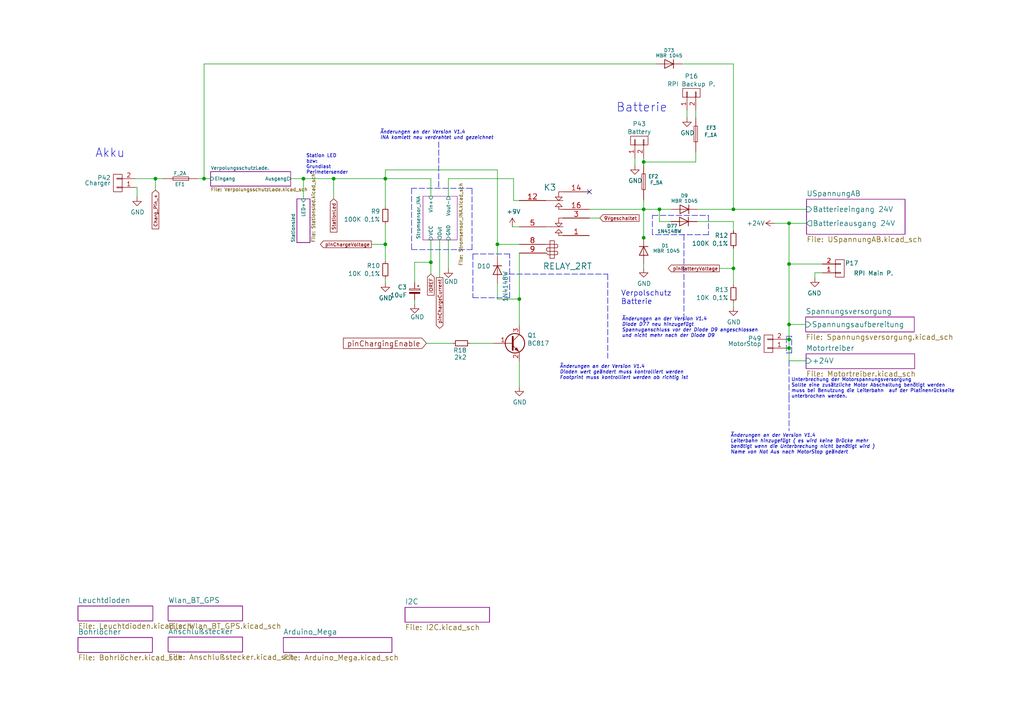
<source format=kicad_sch>
(kicad_sch (version 20201015) (generator eeschema)
  (paper "A4")
  (title_block (title "Ardumower shield SVN Version") (date "2021-01-11") (rev "1.4") (company "ML AG JL BS UZ") (comment 1 "Schaltplan und Layout UweZ") (comment 2 "Unterspannungsschutz von AlexanderG"))
  (lib_symbols
    (symbol "ardumower-mega-shield-svn-rescue:+24V-RESCUE-ardumower_mega_shield_svn" (power) (pin_names (offset 0))
      (property "Value" "+24V-RESCUE-ardumower_mega_shield_svn" (at 0 3.556 0))
      (symbol "+24V-RESCUE-ardumower_mega_shield_svn_0_1"
        (polyline (pts (xy -0.762 1.27) (xy 0 2.54)))
        (polyline (pts (xy 0 0) (xy 0 2.54)))
        (polyline (pts (xy 0 2.54) (xy 0.762 1.27)))
      )
      (symbol "+24V-RESCUE-ardumower_mega_shield_svn_1_1"
        (pin power_in line (at 0 0 90) (length 0) hide (name "+24V") (number "1"))
      )
    )
    (symbol "ardumower-mega-shield-svn-rescue:+9V-RESCUE-ardumower_mega_shield_svn" (power) (pin_names (offset 0))
      (property "Value" "+9V-RESCUE-ardumower_mega_shield_svn" (at 0 3.556 0))
      (symbol "+9V-RESCUE-ardumower_mega_shield_svn_0_1"
        (polyline (pts (xy -0.762 1.27) (xy 0 2.54)))
        (polyline (pts (xy 0 0) (xy 0 2.54)))
        (polyline (pts (xy 0 2.54) (xy 0.762 1.27)))
      )
      (symbol "+9V-RESCUE-ardumower_mega_shield_svn_1_1"
        (pin power_in line (at 0 0 90) (length 0) hide (name "+9V") (number "1"))
      )
    )
    (symbol "ardumower-mega-shield-svn-rescue:1N4148-RESCUE-ardumower_mega_shield_svn" (pin_numbers hide) (pin_names hide)
      (property "Reference" "D" (at 0 2.54 0))
      (property "Value" "1N4148-RESCUE-ardumower_mega_shield_svn" (at 0 -2.54 0))
      (symbol "1N4148-RESCUE-ardumower_mega_shield_svn_0_1"
        (polyline (pts (xy -1.27 1.27) (xy -1.27 -1.27)) (stroke (width 0.2032)))
        (polyline (pts (xy 1.27 0) (xy -1.27 0)))
        (polyline (pts (xy 1.27 1.27) (xy 1.27 -1.27) (xy -1.27 0) (xy 1.27 1.27)) (stroke (width 0.2032)))
      )
      (symbol "1N4148-RESCUE-ardumower_mega_shield_svn_1_1"
        (pin passive line (at -3.81 0 0) (length 2.54) (name "K") (number "1"))
        (pin passive line (at 3.81 0 180) (length 2.54) (name "A") (number "2"))
      )
    )
    (symbol "ardumower-mega-shield-svn-rescue:BC849-RESCUE-ardumower_mega_shield_svn" (pin_names (offset 0) hide)
      (property "Reference" "Q" (at 5.08 1.905 0))
      (property "Value" "BC849-RESCUE-ardumower_mega_shield_svn" (at 5.08 0 0))
      (symbol "BC849-RESCUE-ardumower_mega_shield_svn_0_1"
        (circle (center 1.27 0) (radius 2.8194) (stroke (width 0.254)))
        (polyline (pts (xy 0.635 0.635) (xy 2.54 2.54)))
        (polyline (pts (xy 0.635 -0.635) (xy 2.54 -2.54) (xy 2.54 -2.54)))
        (polyline (pts (xy 0.635 1.905) (xy 0.635 -1.905) (xy 0.635 -1.905)) (stroke (width 0.508)))
        (polyline (pts (xy 1.27 -1.778) (xy 1.778 -1.27) (xy 2.286 -2.286) (xy 1.27 -1.778) (xy 1.27 -1.778)) (fill (type outline)))
      )
      (symbol "BC849-RESCUE-ardumower_mega_shield_svn_1_1"
        (pin input line (at -5.08 0 0) (length 5.715) (name "B") (number "1"))
        (pin passive line (at 2.54 -5.08 90) (length 2.54) (name "E") (number "2"))
        (pin passive line (at 2.54 5.08 270) (length 2.54) (name "C") (number "3"))
      )
    )
    (symbol "ardumower-mega-shield-svn-rescue:CONN_01X02-RESCUE-ardumower_mega_shield_svn" (pin_names hide)
      (property "Reference" "J" (at 0 3.81 0))
      (property "Value" "CONN_01X02-RESCUE-ardumower_mega_shield_svn" (at 2.54 0 90))
      (symbol "CONN_01X02-RESCUE-ardumower_mega_shield_svn_0_1"
        (rectangle (start -1.27 -1.143) (end 0.254 -1.397))
        (rectangle (start -1.27 1.397) (end 0.254 1.143))
        (rectangle (start -1.27 2.54) (end 1.27 -2.54))
      )
      (symbol "CONN_01X02-RESCUE-ardumower_mega_shield_svn_1_1"
        (pin passive line (at -5.08 1.27 0) (length 3.81) (name "P1") (number "1"))
        (pin passive line (at -5.08 -1.27 0) (length 3.81) (name "P2") (number "2"))
      )
    )
    (symbol "ardumower-mega-shield-svn-rescue:CP_Small-RESCUE-ardumower_mega_shield_svn" (pin_numbers hide) (pin_names (offset 0.254) hide)
      (property "Reference" "C" (at 0.254 1.778 0))
      (property "Value" "CP_Small-RESCUE-ardumower_mega_shield_svn" (at 0.254 -2.032 0))
      (symbol "CP_Small-RESCUE-ardumower_mega_shield_svn_0_1"
        (rectangle (start -1.524 -0.3048) (end 1.524 -0.6858) (fill (type outline)))
        (rectangle (start -1.524 0.6858) (end 1.524 0.3048))
        (polyline (pts (xy -1.27 1.524) (xy -0.762 1.524)))
        (polyline (pts (xy -1.016 1.27) (xy -1.016 1.778)))
      )
      (symbol "CP_Small-RESCUE-ardumower_mega_shield_svn_1_1"
        (pin passive line (at 0 2.54 270) (length 1.8542) (name "~") (number "1"))
        (pin passive line (at 0 -2.54 90) (length 1.8542) (name "~") (number "2"))
      )
    )
    (symbol "ardumower-mega-shield-svn-rescue:D-RESCUE-ardumower_mega_shield_svn" (pin_numbers hide) (pin_names hide)
      (property "Reference" "D" (at 0 2.54 0))
      (property "Value" "D-RESCUE-ardumower_mega_shield_svn" (at 0 -2.54 0))
      (symbol "D-RESCUE-ardumower_mega_shield_svn_0_1"
        (polyline (pts (xy -1.27 1.27) (xy -1.27 -1.27)) (stroke (width 0.2032)))
        (polyline (pts (xy 1.27 0) (xy -1.27 0)))
        (polyline (pts (xy 1.27 1.27) (xy 1.27 -1.27) (xy -1.27 0) (xy 1.27 1.27)) (stroke (width 0.2032)))
      )
      (symbol "D-RESCUE-ardumower_mega_shield_svn_1_1"
        (pin passive line (at -3.81 0 0) (length 2.54) (name "K") (number "1"))
        (pin passive line (at 3.81 0 180) (length 2.54) (name "A") (number "2"))
      )
    )
    (symbol "ardumower-mega-shield-svn-rescue:F_10A-RESCUE-ardumower_mega_shield_svn" (pin_numbers hide) (pin_names (offset 0.254))
      (property "Reference" "EF" (at -4.572 2.032 0))
      (property "Value" "F_10A-RESCUE-ardumower_mega_shield_svn" (at -2.54 -2.032 0))
      (symbol "F_10A-RESCUE-ardumower_mega_shield_svn_0_1"
        (polyline (pts (xy 2.032 0) (xy -2.54 0) (xy -2.54 0) (xy -2.54 0)))
        (polyline (pts (xy -2.54 0.508) (xy -2.54 -0.508) (xy 2.032 -0.508) (xy 2.032 0.508) (xy -2.54 0.508) (xy -2.54 0.508)))
      )
      (symbol "F_10A-RESCUE-ardumower_mega_shield_svn_1_1"
        (pin power_in line (at 5.08 0 180) (length 3.048) (name "~") (number "1"))
        (pin power_out line (at -5.08 0 0) (length 2.54) (name "~") (number "2"))
      )
    )
    (symbol "ardumower-mega-shield-svn-rescue:GND-RESCUE-ardumower_mega_shield_svn" (power) (pin_names (offset 0))
      (property "Value" "GND-RESCUE-ardumower_mega_shield_svn" (at 0 -3.81 0))
      (symbol "GND-RESCUE-ardumower_mega_shield_svn_0_1"
        (polyline (pts (xy 0 0) (xy 0 -1.27) (xy 1.27 -1.27) (xy 0 -2.54) (xy -1.27 -1.27) (xy 0 -1.27)))
      )
      (symbol "GND-RESCUE-ardumower_mega_shield_svn_1_1"
        (pin power_in line (at 0 0 270) (length 0) hide (name "GND") (number "1"))
      )
    )
    (symbol "ardumower-mega-shield-svn-rescue:RELAY_2RT-RESCUE-ardumower_mega_shield_svn" (pin_names hide)
      (property "Reference" "K" (at -1.27 10.16 0))
      (property "Value" "RELAY_2RT-RESCUE-ardumower_mega_shield_svn" (at 3.81 -12.7 0))
      (symbol "RELAY_2RT-RESCUE-ardumower_mega_shield_svn_0_1"
        (polyline (pts (xy -2.54 -8.89) (xy -2.286 -8.89)))
        (polyline (pts (xy -2.54 -6.35) (xy -1.27 -6.35)))
        (polyline (pts (xy -2.54 -1.27) (xy 1.27 -1.27)))
        (polyline (pts (xy -2.286 -8.89) (xy -1.778 -9.3726)))
        (polyline (pts (xy -2.286 -8.1026) (xy -2.286 -7.62)))
        (polyline (pts (xy -2.032 -8.382) (xy -2.286 -8.1026)))
        (polyline (pts (xy -2.032 -7.366) (xy -2.286 -7.62)))
        (polyline (pts (xy -1.778 -9.3726) (xy -1.27 -9.3726)))
        (polyline (pts (xy -1.27 -10.414) (xy -1.27 -5.3086)))
        (polyline (pts (xy -1.27 -8.382) (xy -2.032 -8.382)))
        (polyline (pts (xy -1.27 -8.382) (xy 0 -8.382)))
        (polyline (pts (xy -1.27 -7.366) (xy -2.032 -7.366)))
        (polyline (pts (xy -1.27 -6.35) (xy 0 -6.35)))
        (polyline (pts (xy -1.27 -5.3086) (xy 0 -5.3086)))
        (polyline (pts (xy 0 -10.414) (xy -1.27 -10.414)))
        (polyline (pts (xy 0 -9.3726) (xy -1.27 -9.3726)))
        (polyline (pts (xy 0 -9.3726) (xy 0.7366 -9.3726)))
        (polyline (pts (xy 0 -8.382) (xy 0.7366 -8.382)))
        (polyline (pts (xy 0 -7.366) (xy -1.27 -7.366)))
        (polyline (pts (xy 0 -7.366) (xy 0.7366 -7.366)))
        (polyline (pts (xy 0 -6.35) (xy 0.7366 -6.35)))
        (polyline (pts (xy 0 -5.3086) (xy 0 -10.414)))
        (polyline (pts (xy 0.254 -3.0226) (xy 2.2606 -3.0226)))
        (polyline (pts (xy 0.254 -0.2286) (xy 2.2606 -0.2286)))
        (polyline (pts (xy 0.254 4.572) (xy 1.27 5.6134)))
        (polyline (pts (xy 0.254 7.366) (xy 0.9906 7.366)))
        (polyline (pts (xy 0.7366 -9.3726) (xy 0.9906 -9.144)))
        (polyline (pts (xy 0.7366 -8.382) (xy 0.9906 -8.636)))
        (polyline (pts (xy 0.7366 -7.366) (xy 0.9906 -7.112)))
        (polyline (pts (xy 0.7366 -6.35) (xy 0.9906 -6.5786)))
        (polyline (pts (xy 0.9906 -9.144) (xy 0.9906 -8.636)))
        (polyline (pts (xy 0.9906 -6.5786) (xy 0.9906 -7.112)))
        (polyline (pts (xy 0.9906 6.6294) (xy 0.254 7.366)))
        (polyline (pts (xy 0.9906 6.6294) (xy 1.27 6.35)))
        (polyline (pts (xy 0.9906 7.366) (xy 2.2606 7.366)))
        (polyline (pts (xy 1.27 -3.81) (xy 1.27 -3.302)))
        (polyline (pts (xy 1.27 -3.302) (xy 1.27 -3.0226)))
        (polyline (pts (xy 1.27 -2.032) (xy 0.254 -3.0226)))
        (polyline (pts (xy 1.27 -1.27) (xy 0.254 -0.2286)))
        (polyline (pts (xy 1.27 -1.27) (xy 2.54 -1.27)))
        (polyline (pts (xy 1.27 1.27) (xy 1.27 -0.2286)))
        (polyline (pts (xy 1.27 1.27) (xy 2.54 1.27)))
        (polyline (pts (xy 1.27 3.81) (xy 1.27 4.572)))
        (polyline (pts (xy 1.27 3.81) (xy 2.54 3.81)))
        (polyline (pts (xy 1.27 5.6134) (xy 2.2606 4.572)))
        (polyline (pts (xy 1.27 6.35) (xy -2.54 6.35)))
        (polyline (pts (xy 1.27 6.35) (xy 1.524 6.35)))
        (polyline (pts (xy 1.27 8.89) (xy 1.27 7.366)))
        (polyline (pts (xy 1.27 8.89) (xy 2.54 8.89)))
        (polyline (pts (xy 1.524 6.35) (xy 2.54 6.35)))
        (polyline (pts (xy 2.2606 -3.0226) (xy 1.27 -2.032)))
        (polyline (pts (xy 2.2606 -0.2286) (xy 1.27 -1.27)))
        (polyline (pts (xy 2.2606 4.572) (xy 0.254 4.572)))
        (polyline (pts (xy 2.2606 7.366) (xy 1.27 6.35)))
        (polyline (pts (xy 2.54 -3.81) (xy 1.27 -3.81)))
      )
      (symbol "RELAY_2RT-RESCUE-ardumower_mega_shield_svn_1_1"
        (pin passive line (at 10.16 -3.81 180) (length 7.62) (name "T1") (number "1"))
        (pin passive line (at -10.16 6.35 0) (length 7.62) (name "C2") (number "12"))
        (pin passive line (at 10.16 8.89 180) (length 7.62) (name "R2") (number "14"))
        (pin passive line (at 10.16 3.81 180) (length 7.62) (name "T2") (number "16"))
        (pin passive line (at 10.16 1.27 180) (length 7.62) (name "R1") (number "3"))
        (pin passive line (at -10.16 -1.27 0) (length 7.62) (name "C1") (number "5"))
        (pin input line (at -10.16 -6.35 0) (length 7.62) (name "8") (number "8"))
        (pin input line (at -10.16 -8.89 0) (length 7.62) (name "9") (number "9"))
      )
    )
    (symbol "ardumower-mega-shield-svn-rescue:R_Small-RESCUE-ardumower_mega_shield_svn" (pin_numbers hide) (pin_names (offset 0.254) hide)
      (property "Reference" "R" (at 0.762 0.508 0))
      (property "Value" "R_Small-RESCUE-ardumower_mega_shield_svn" (at 0.762 -1.016 0))
      (symbol "R_Small-RESCUE-ardumower_mega_shield_svn_0_1"
        (rectangle (start -0.762 1.778) (end 0.762 -1.778) (stroke (width 0.2032)))
      )
      (symbol "R_Small-RESCUE-ardumower_mega_shield_svn_1_1"
        (pin passive line (at 0 2.54 270) (length 0.762) (name "~") (number "1"))
        (pin passive line (at 0 -2.54 90) (length 0.762) (name "~") (number "2"))
      )
    )
  )
  (junction (at 45.085 51.816) (diameter 0.9144))
  (junction (at 59.182 51.816) (diameter 0.9144))
  (junction (at 88.011 51.816) (diameter 0.9144))
  (junction (at 96.774 51.816) (diameter 0.9144))
  (junction (at 111.76 51.816) (diameter 0.9144))
  (junction (at 111.76 70.866) (diameter 0.9144))
  (junction (at 124.968 76.073) (diameter 0.9144))
  (junction (at 144.272 70.866) (diameter 0.9144))
  (junction (at 150.622 86.741) (diameter 0.9144))
  (junction (at 186.69 46.99) (diameter 0.9144))
  (junction (at 186.69 60.706) (diameter 0.9144))
  (junction (at 186.69 68.961) (diameter 0.9144))
  (junction (at 191.262 60.706) (diameter 0.9144))
  (junction (at 212.725 60.706) (diameter 0.9144))
  (junction (at 212.725 77.851) (diameter 0.9144))
  (junction (at 228.854 64.77) (diameter 0.9144))
  (junction (at 228.854 76.581) (diameter 0.9144))
  (junction (at 228.854 94.107) (diameter 0.9144))
  (junction (at 228.854 98.425) (diameter 0.9144))
  (junction (at 228.854 100.965) (diameter 0.9144))
  (no_connect (at 170.942 55.626))
  (wire (pts (xy 39.243 51.816) (xy 45.085 51.816)))
  (wire (pts (xy 39.751 54.356) (xy 39.243 54.356)))
  (wire (pts (xy 39.751 57.15) (xy 39.751 54.356)))
  (wire (pts (xy 45.085 51.816) (xy 45.085 55.118)))
  (wire (pts (xy 45.085 51.816) (xy 47.117 51.816)))
  (wire (pts (xy 57.277 51.816) (xy 59.182 51.816)))
  (wire (pts (xy 59.182 18.542) (xy 59.182 51.816)))
  (wire (pts (xy 59.182 51.816) (xy 61.087 51.816)))
  (wire (pts (xy 84.328 51.816) (xy 88.011 51.816)))
  (wire (pts (xy 88.011 51.816) (xy 96.774 51.816)))
  (wire (pts (xy 88.011 57.658) (xy 88.011 51.816)))
  (wire (pts (xy 96.774 51.816) (xy 96.774 57.658)))
  (wire (pts (xy 96.774 51.816) (xy 111.76 51.816)))
  (wire (pts (xy 107.696 70.866) (xy 111.76 70.866)))
  (wire (pts (xy 111.76 49.276) (xy 111.76 51.816)))
  (wire (pts (xy 111.76 49.276) (xy 144.272 49.276)))
  (wire (pts (xy 111.76 51.816) (xy 111.76 59.944)))
  (wire (pts (xy 111.76 51.816) (xy 124.968 51.816)))
  (wire (pts (xy 111.76 65.024) (xy 111.76 70.866)))
  (wire (pts (xy 111.76 70.866) (xy 111.76 75.692)))
  (wire (pts (xy 111.76 80.772) (xy 111.76 82.042)))
  (wire (pts (xy 120.269 76.073) (xy 120.269 81.915)))
  (wire (pts (xy 120.269 76.073) (xy 124.968 76.073)))
  (wire (pts (xy 120.269 86.995) (xy 120.269 88.265)))
  (wire (pts (xy 123.698 99.568) (xy 131.318 99.568)))
  (wire (pts (xy 124.968 51.816) (xy 124.968 56.896)))
  (wire (pts (xy 124.968 69.596) (xy 124.968 76.073)))
  (wire (pts (xy 124.968 76.073) (xy 124.968 79.502)))
  (wire (pts (xy 127.508 69.596) (xy 127.508 80.518)))
  (wire (pts (xy 130.048 51.816) (xy 130.048 56.896)))
  (wire (pts (xy 130.048 51.816) (xy 148.971 51.816)))
  (wire (pts (xy 130.048 69.596) (xy 130.048 77.978)))
  (wire (pts (xy 136.398 99.568) (xy 143.002 99.568)))
  (wire (pts (xy 144.272 49.276) (xy 144.272 70.866)))
  (wire (pts (xy 144.272 70.866) (xy 144.272 74.549)))
  (wire (pts (xy 144.272 70.866) (xy 150.622 70.866)))
  (wire (pts (xy 144.272 82.169) (xy 144.272 86.741)))
  (wire (pts (xy 144.272 86.741) (xy 150.622 86.741)))
  (wire (pts (xy 148.971 51.816) (xy 148.971 58.166)))
  (wire (pts (xy 150.622 58.166) (xy 148.971 58.166)))
  (wire (pts (xy 150.622 65.786) (xy 148.59 65.786)))
  (wire (pts (xy 150.622 73.406) (xy 150.622 86.741)))
  (wire (pts (xy 150.622 86.741) (xy 150.622 94.488)))
  (wire (pts (xy 150.622 104.648) (xy 150.622 112.268)))
  (wire (pts (xy 170.942 60.706) (xy 186.69 60.706)))
  (wire (pts (xy 170.942 63.246) (xy 173.99 63.246)))
  (wire (pts (xy 184.15 48.006) (xy 184.15 45.847)))
  (wire (pts (xy 186.69 45.847) (xy 186.69 46.99)))
  (wire (pts (xy 186.69 46.99) (xy 186.69 47.879)))
  (wire (pts (xy 186.69 46.99) (xy 201.803 46.99)))
  (wire (pts (xy 186.69 58.039) (xy 186.69 60.706)))
  (wire (pts (xy 186.69 60.706) (xy 186.69 68.961)))
  (wire (pts (xy 186.69 60.706) (xy 191.262 60.706)))
  (wire (pts (xy 186.69 68.961) (xy 186.69 69.088)))
  (wire (pts (xy 186.69 76.581) (xy 186.69 77.851)))
  (wire (pts (xy 190.246 18.542) (xy 59.182 18.542)))
  (wire (pts (xy 191.262 60.706) (xy 194.691 60.706)))
  (wire (pts (xy 191.262 64.262) (xy 191.262 60.706)))
  (wire (pts (xy 194.564 64.262) (xy 191.262 64.262)))
  (wire (pts (xy 197.866 18.542) (xy 212.725 18.542)))
  (wire (pts (xy 199.263 34.163) (xy 199.263 32.004)))
  (wire (pts (xy 201.803 34.036) (xy 201.803 32.004)))
  (wire (pts (xy 201.803 46.99) (xy 201.803 44.196)))
  (wire (pts (xy 202.184 64.262) (xy 212.725 64.262)))
  (wire (pts (xy 202.311 60.706) (xy 212.725 60.706)))
  (wire (pts (xy 208.661 77.851) (xy 212.725 77.851)))
  (wire (pts (xy 212.725 18.542) (xy 212.725 60.706)))
  (wire (pts (xy 212.725 60.706) (xy 233.934 60.706)))
  (wire (pts (xy 212.725 64.262) (xy 212.725 66.929)))
  (wire (pts (xy 212.725 72.009) (xy 212.725 77.851)))
  (wire (pts (xy 212.725 82.677) (xy 212.725 77.851)))
  (wire (pts (xy 212.725 87.757) (xy 212.725 89.027)))
  (wire (pts (xy 224.663 64.77) (xy 228.854 64.77)))
  (wire (pts (xy 227.965 100.965) (xy 228.854 100.965)))
  (wire (pts (xy 228.854 64.77) (xy 228.854 76.581)))
  (wire (pts (xy 228.854 64.77) (xy 233.934 64.77)))
  (wire (pts (xy 228.854 76.581) (xy 228.854 94.107)))
  (wire (pts (xy 228.854 76.581) (xy 238.506 76.581)))
  (wire (pts (xy 228.854 94.107) (xy 228.854 98.425)))
  (wire (pts (xy 228.854 94.107) (xy 233.68 94.107)))
  (wire (pts (xy 228.854 98.425) (xy 227.965 98.425)))
  (wire (pts (xy 228.854 98.425) (xy 228.854 100.965)))
  (wire (pts (xy 228.854 100.965) (xy 228.854 104.648)))
  (wire (pts (xy 228.854 104.648) (xy 233.807 104.648)))
  (wire (pts (xy 236.347 79.121) (xy 238.506 79.121)))
  (wire (pts (xy 236.347 80.645) (xy 236.347 79.121)))
  (polyline (pts (xy 119.38 54.61) (xy 119.38 72.39)) (stroke (width 0) (type dash)))
  (polyline (pts (xy 119.38 72.39) (xy 136.906 72.39)) (stroke (width 0) (type dash)))
  (polyline (pts (xy 127.254 41.148) (xy 127.254 54.61)) (stroke (width 0) (type dash)))
  (polyline (pts (xy 136.906 54.61) (xy 119.38 54.61)) (stroke (width 0) (type dash)))
  (polyline (pts (xy 136.906 72.39) (xy 136.906 54.61)) (stroke (width 0) (type dash)))
  (polyline (pts (xy 137.16 73.66) (xy 137.16 86.36)) (stroke (width 0) (type dash)))
  (polyline (pts (xy 137.16 86.36) (xy 147.828 86.36)) (stroke (width 0) (type dash)))
  (polyline (pts (xy 147.574 79.502) (xy 176.276 79.502)) (stroke (width 0) (type dash)))
  (polyline (pts (xy 147.828 73.66) (xy 137.16 73.66)) (stroke (width 0) (type dash)))
  (polyline (pts (xy 147.828 86.36) (xy 147.828 73.66)) (stroke (width 0) (type dash)))
  (polyline (pts (xy 176.276 79.502) (xy 176.276 103.886)) (stroke (width 0) (type dash)))
  (polyline (pts (xy 189.23 62.484) (xy 205.486 62.484)) (stroke (width 0) (type dash)))
  (polyline (pts (xy 189.23 68.072) (xy 189.23 62.484)) (stroke (width 0) (type dash)))
  (polyline (pts (xy 198.374 68.072) (xy 198.374 92.202)) (stroke (width 0) (type dash)))
  (polyline (pts (xy 205.486 62.484) (xy 205.486 68.072)) (stroke (width 0) (type dash)))
  (polyline (pts (xy 205.486 68.072) (xy 189.23 68.072)) (stroke (width 0) (type dash)))
  (polyline (pts (xy 228.092 97.536) (xy 229.616 97.536)) (stroke (width 0) (type dash)))
  (polyline (pts (xy 228.092 97.79) (xy 228.092 102.362)) (stroke (width 0) (type dash)))
  (polyline (pts (xy 228.092 102.362) (xy 229.616 102.362)) (stroke (width 0) (type dash)))
  (polyline (pts (xy 228.854 104.648) (xy 228.854 115.062)) (stroke (width 0) (type dash)))
  (polyline (pts (xy 228.854 115.062) (xy 228.854 124.968)) (stroke (width 0) (type dash)))
  (polyline (pts (xy 229.616 102.362) (xy 229.616 97.536)) (stroke (width 0) (type dash)))
  (text "https://www.reichelt.de/ICs-TLC-TSA-/TS-2940-CP33/3/index.html?ACTION=3&LA=5700&ARTICLE=115975&GROUPID=5480&artnr=TS+2940+CP33\n\nhttps://www.reichelt.de/ICs-TLC-TSA-/TS-2940-CP50/3/index.html?ACTION=3&LA=5700&ARTICLE=115976&GROUPID=5480&artnr=TS+2940+CP50\n\nhttps://www.reichelt.de/ICs-TA-TL-/TD-62783-AFWG/3/index.html?ACTION=3&LA=446&ARTICLE=188954&GROUPID=5479&artnr=TD+62783+AFWG&SEARCH=TD62783" (at -150.114 -3.302 0) (effects (font (size 1.4986 1.4986)) (justify left bottom)))
  (text "Kontrolle Funktion Ultraschall\nKontrolle RC Fernbedienung\nKontrolle Unterspannunsabschaltung ob sie mit 3V an bleibt\nRelais schaltung ändern damit nur noch 1 Relais notwendig ist\nUDN 2981 ersetzen durch SMD Bauteil evl TD 62783 AFWG :: Treiber-IC, SO-18W\nOdemetrie kontrollieren\nIC2 Bus Kontrollieren\nSpannungsaufbereitung evl ändern mit anderen DC wandlern bis 30V\n\nBauteile siehe Links" (at -149.098 35.941 0) (effects (font (size 2.0066 2.0066)) (justify left bottom)))
  (text "[21:36:55] Kurzschuss - Uwe: gut dan warte ich nochmal mit den widerständen bis du soweit bist\n[21:38:22] Kurzschuss - Uwe: Dann mache ich nur die andern Änderungen mit dem DHT22 dropsensoren usw und warte dann erst mal ab. wenn ich es habe lade ich dann hoch\n[21:38:26] Jürgen Lange: überall wo level shifter dran sind kannst du die Dioden und den widerstand wegmachen\n[21:39:37] Kurzschuss - Uwe: da warte ich erst mal wo dann noch ein widerstand dazukommt. das wird dann ein Aufwasch\n\n\n\nwenn du da gerade dran bist die ganzen reserve dinger AD7, pinOdometriyRight2 etc hast du auf iOREF versorgt da solltest du 5V dran machen da bleiben dann auch die Dioden und der widerstand\nich sehe gerade das bei den Odemetrie pin der Spannungsanschluss auf iorf liegt. Dazwischen ist dann noch der ODoteiler und der Levelshifter.\nIch vermute mal das die odemetriepins auch auf 5V müssen damit der Odoteiler richtig arbeitetein klaaaaaaares ja" (at 10.16 246.634 0) (effects (font (size 2.0066 2.0066)) (justify left bottom)))
  (text "Akku\n" (at 27.559 45.974 0) (effects (font (size 2.5146 2.5146)) (justify left bottom)))
  (text "LED Rechner:\nhttp://www.elektronik-kompendium.de/sites/bau/1109111.htm\n\nZ-Dioden Rechner:\nhttp://www.dieelektronikerseite.de/Tools/Zenerdiode.htm" (at 73.152 -8.89 0) (effects (font (size 1.524 1.524)) (justify left bottom)))
  (text "Station LED\nbzw:\nGrundlast\nPerimetersender" (at 88.773 50.673 0) (effects (font (size 0.9906 0.9906)) (justify left bottom)))
  (text "Änderungen an der Version V1.4\nINA komlett neu verdrahtet und gezeichnet" (at 110.236 40.64 0) (effects (font (size 1 1) italic) (justify left bottom)))
  (text "Änderungen an der Version V1.4\nDioden wert geändert muss kontrolliert werden\nFootprint muss kontrolliert werden ob richtig ist" (at 162.306 110.236 0) (effects (font (size 1 1) italic) (justify left bottom)))
  (text "Batterie\n" (at 178.689 32.766 0) (effects (font (size 2.5146 2.5146)) (justify left bottom)))
  (text "Verpolschutz\nBatterie" (at 180.086 88.519 0) (effects (font (size 1.524 1.524)) (justify left bottom)))
  (text "Änderungen an der Version V1.4\nDiode D77 neu hinzugefügt\nSpannuganschluss vor der Diode D9 angeschlossen\nund nicht mehr nach der Diode D9" (at 180.34 98.044 0) (effects (font (size 1 1) italic) (justify left bottom)))
  (text "Änderungen an der Version V1.4\nLeiterbahn hinzugefügt ( es wird keine Brücke mehr\nbenötigt wenn die Unterbrechung nicht benötigt wird )\nName von Not Aus nach MotorStop geändert" (at 211.836 131.826 0) (effects (font (size 1 1) italic) (justify left bottom)))
  (text "Unterbrechung der Motorspannungsversorgung\nSollte eine zusätzliche Motor Abschaltung benötigt werden\nmuss bei Benutzung die Leiterbahn  auf der Platinenrückseite\nunterbrochen werden.\n\n" (at 229.489 117.221 0) (effects (font (size 0.991 0.991)) (justify left bottom)))
  (text "LED Anzeigen - Hardware:\n\nLed 3V grün -   Betriebsanzeige Versorgungsspannung\nLED 24V grün - Betriebsanzeige Versorgungsspannung R2 für 12 V anpassen\nLED 5V grün -   Betriebsanzeige Versorgungsspannung\nLED Station - gelb - Statusanzeige ob Mover in Ladestation\n\n----------------------------------------------------------\n\nLED Anzeigen - Software:\n\nDual LED z.B:\nDual LED grün. Dauerlicht - Mover innerhalb Perimeter\nDual LED grün+rot = Orange - Dauerlicht Mover außerhalb Perimeter\nDual LED grün+rot = Orange - Blinkt Mover findet  Perimeter nicht oder sucht danach\nDual LED rot =  Blinkt Fehler kurzseitig Überlast Antriebmotor Treibe oder Mähmotor. \nDual LED rot - Dauerlicht - Fehler muß für weiterfahren durch drücken \nvon Button zurückgesetzt werden\n----------------------------------------------------------\n\nLED Status - grün Dauerlicht - warte auf Eingabe\n\nLED Status - grün blinken 1 bis 5 mal hintereinander\nmit länger Pause dazwischen für Anzeige in welchen\nBetriebsmodi sich der Mover befindet" (at 229.997 -11.43 0) (effects (font (size 1.524 1.524)) (justify left bottom)))
  (text "[20:50:34 | Bearbeitet 20:51:30] Jürgen Lange: setze für den dcdc einen 78s05 ein oder die die ich auf der BumperDuino nehme LM2940CS-5.0 um das bt zuversorgen für die Versorgung vom wlan einen 3,3v low drop\n[20:51:20] Kurzschuss - Uwe: also die 5V nicht vom Mega holen bzw die 3,3V\n[20:51:44] Jürgen Lange: für bt und wlan nicht\n[20:51:54] Jürgen Lange: für den rest okay\n[20:52:01] Kurzschuss - Uwe: okay\n[20:53:21] Jürgen Lange: setze bei allen Wandlern ob dcdc oder 78xx revers Dioden und rückführ Dioden die 78xx oder ähnlich kommen gleich vom 9v dcdc\n[20:54:26] Kurzschuss - Uwe: Ich übernehme die Schaltung vom Bumberduino\n\n\n\n[11:55:48] Jürgen Lange: im Klartext die Spannungen vom längsregler nur für Versorgung von bt etc nehmen gaaaaanz wichtig sonst haust du den due weg wenn jemand den usb stecker steckt\n[11:56:29] Jürgen Lange: der mega könnte auch aufgeben aber das habe ich noch nicht geprüft" (at 351.028 70.866 0) (effects (font (size 2.9972 2.9972)) (justify left bottom)))
  (global_label "Charg_Pin_+" (shape input) (at 45.085 55.118 270) (property "Intersheet References" "${INTERSHEET_REFS}" (effects hide)) (effects (font (size 0.9906 0.9906))))
  (global_label "StationLed" (shape input) (at 96.774 57.658 270) (property "Intersheet References" "${INTERSHEET_REFS}" (effects hide)) (effects (font (size 0.9906 0.9906))))
  (global_label "pinChargeVoltage" (shape output) (at 107.696 70.866 180) (property "Intersheet References" "${INTERSHEET_REFS}" (effects hide)) (effects (font (size 0.9906 0.9906))))
  (global_label "pinChargingEnable" (shape input) (at 123.698 99.568 180) (property "Intersheet References" "${INTERSHEET_REFS}" (effects hide)) (effects (font (size 1.524 1.524))))
  (global_label "IOREF" (shape input) (at 124.968 79.502 270) (property "Intersheet References" "${INTERSHEET_REFS}" (effects hide)) (effects (font (size 0.9906 0.9906))))
  (global_label "pinChargeCurrent" (shape output) (at 127.508 80.518 270) (property "Intersheet References" "${INTERSHEET_REFS}" (effects hide)) (effects (font (size 0.9906 0.9906))))
  (global_label "9Vgeschaltet" (shape input) (at 173.99 63.246 0) (property "Intersheet References" "${INTERSHEET_REFS}" (effects hide)) (effects (font (size 0.9906 0.9906))))
  (global_label "pinBatteryVoltage" (shape output) (at 208.661 77.851 180) (property "Intersheet References" "${INTERSHEET_REFS}" (effects hide)) (effects (font (size 0.9906 0.9906))))
  (symbol (lib_id "ardumower-mega-shield-svn-rescue:+9V-RESCUE-ardumower_mega_shield_svn") (at 148.59 65.786 0) (unit 1)
    (property "Reference" "#PWR012" (effects hide))
    (property "Value" "+9V" (at 148.971 61.3918 0))
  )
  (symbol (lib_id "ardumower-mega-shield-svn-rescue:+24V-RESCUE-ardumower_mega_shield_svn") (at 224.663 64.77 90) (unit 1)
    (property "Reference" "#PWR05" (effects hide))
    (property "Value" "+24V" (at 219.202 64.77 90))
  )
  (symbol (lib_id "ardumower-mega-shield-svn-rescue:GND-RESCUE-ardumower_mega_shield_svn") (at 39.751 57.15 0) (unit 1)
    (property "Reference" "#PWR03" (effects hide))
    (property "Value" "GND" (at 39.878 61.5442 0))
  )
  (symbol (lib_id "ardumower-mega-shield-svn-rescue:GND-RESCUE-ardumower_mega_shield_svn") (at 111.76 82.042 0) (unit 1)
    (property "Reference" "#PWR02" (effects hide))
    (property "Value" "GND" (at 111.887 86.4362 0))
  )
  (symbol (lib_id "ardumower-mega-shield-svn-rescue:GND-RESCUE-ardumower_mega_shield_svn") (at 120.269 88.265 0) (unit 1)
    (property "Reference" "#PWR07" (effects hide))
    (property "Value" "GND" (at 121.031 91.948 0))
  )
  (symbol (lib_id "ardumower-mega-shield-svn-rescue:GND-RESCUE-ardumower_mega_shield_svn") (at 130.048 77.978 0) (unit 1)
    (property "Reference" "#PWR06" (effects hide))
    (property "Value" "GND" (at 130.81 81.661 0))
  )
  (symbol (lib_id "ardumower-mega-shield-svn-rescue:GND-RESCUE-ardumower_mega_shield_svn") (at 150.622 112.268 0) (unit 1)
    (property "Reference" "#PWR01" (effects hide))
    (property "Value" "GND" (at 150.749 116.6622 0))
  )
  (symbol (lib_id "ardumower-mega-shield-svn-rescue:GND-RESCUE-ardumower_mega_shield_svn") (at 184.15 48.006 0) (unit 1)
    (property "Reference" "#PWR04" (effects hide))
    (property "Value" "GND" (at 184.277 52.4002 0))
  )
  (symbol (lib_id "ardumower-mega-shield-svn-rescue:GND-RESCUE-ardumower_mega_shield_svn") (at 186.69 77.851 0) (unit 1)
    (property "Reference" "#PWR09" (effects hide))
    (property "Value" "GND" (at 186.817 82.2452 0))
  )
  (symbol (lib_id "ardumower-mega-shield-svn-rescue:GND-RESCUE-ardumower_mega_shield_svn") (at 199.263 34.163 0) (unit 1)
    (property "Reference" "#PWR010" (effects hide))
    (property "Value" "GND" (at 199.39 38.5572 0))
  )
  (symbol (lib_id "ardumower-mega-shield-svn-rescue:GND-RESCUE-ardumower_mega_shield_svn") (at 212.725 89.027 0) (unit 1)
    (property "Reference" "#PWR08" (effects hide))
    (property "Value" "GND" (at 212.852 93.4212 0))
  )
  (symbol (lib_id "ardumower-mega-shield-svn-rescue:GND-RESCUE-ardumower_mega_shield_svn") (at 236.347 80.645 0) (mirror y) (unit 1)
    (property "Reference" "#PWR011" (effects hide))
    (property "Value" "GND" (at 236.22 85.0392 0))
  )
  (symbol (lib_id "ardumower-mega-shield-svn-rescue:R_Small-RESCUE-ardumower_mega_shield_svn") (at 111.76 62.484 0) (mirror y) (unit 1)
    (property "Reference" "R9" (at 110.2614 61.3156 0) (effects (justify left)))
    (property "Value" "100K 0,1%" (at 110.2614 63.627 0) (effects (justify left)))
    (property "Footprint" "Resistors_SMD:R_1206" (effects hide))
    (property "Datasheet" "http://cdn-reichelt.de/documents/datenblatt/B400/DS_NICC_SERIE_NTR.pdf" (effects hide))
    (property "Gehäuseart" "1206" (effects hide))
    (property "Bestelllink" "https://www.reichelt.de/SMD-1206-von-1-bis-910-kOhm/SPR-1206-100K/3/index.html?ACTION=3&LA=446&ARTICLE=123458&GROUPID=7974&artnr=SPR-1206+100K&SEARCH=spr-1206%2B100k" (effects hide))
    (property "Technische Daten" "SMD-Chipwiderstand 1206, 100 kOhm, 0,1%" (effects hide))
    (property "Bestellnummer" "R: SPR-1206 100K" (effects hide))
    (property "Funktion" "SMD-Chipwiderstand 1206, 100 kOhm, 0,1%" (effects hide))
    (property "Hersteller" "Value" (effects hide))
    (property "Hersteller Bestellnummer" "Value" (effects hide))
    (property "Bestücken (Assemble)" "JA (YES)" (effects hide))
    (property "Reichelt-Bestellnummer" "R: SPR-1206 100K" (effects hide))
    (property "JLCPCB LCSC Part" "C95527" (effects hide))
  )
  (symbol (lib_id "ardumower-mega-shield-svn-rescue:R_Small-RESCUE-ardumower_mega_shield_svn") (at 111.76 78.232 0) (mirror y) (unit 1)
    (property "Reference" "R10" (at 110.2868 77.0636 0) (effects (justify left)))
    (property "Value" "10K 0,1%" (at 110.2868 79.375 0) (effects (justify left)))
    (property "Footprint" "Resistors_SMD:R_1206" (effects hide))
    (property "Datasheet" "http://cdn-reichelt.de/documents/datenblatt/B400/DS_NICC_SERIE_NTR.pdf" (effects hide))
    (property "Gehäuseart" "1206" (effects hide))
    (property "Bestelllink" "https://www.reichelt.de/SMD-1206-von-1-bis-910-kOhm/SPR-1206-10-0K/3/index.html?ACTION=3&LA=446&ARTICLE=123435&GROUPID=7974&artnr=SPR-1206+10%2C0K&SEARCH=spr-1206%2B10%252C0k" (effects hide))
    (property "Technische Daten" "SMD-Chipwiderstand 1206, 10,0 kOhm, 0,1%" (effects hide))
    (property "Bestellnummer" "R: SPR-1206 10,0K" (effects hide))
    (property "Funktion" "SMD chip resistor 1206, 10.0 kOhms, 0.1%" (effects hide))
    (property "Hersteller" "Value" (effects hide))
    (property "Hersteller Bestellnummer" "Value" (effects hide))
    (property "Bestücken (Assemble)" "JA (YES)" (effects hide))
    (property "Reichelt-Bestellnummer" "R: SPR-1206 10,0K" (effects hide))
    (property "JLCPCB LCSC Part" "C95519" (effects hide))
  )
  (symbol (lib_id "ardumower-mega-shield-svn-rescue:R_Small-RESCUE-ardumower_mega_shield_svn") (at 133.858 99.568 90) (mirror x) (unit 1)
    (property "Reference" "R18" (at 135.382 101.6 90) (effects (justify left)))
    (property "Value" "2k2" (at 135.382 103.632 90) (effects (justify left)))
    (property "Footprint" "Zimprich:R_0603" (effects hide))
    (property "Gehäuseart" "0603" (effects hide))
    (property "Bestelllink" "https://www.reichelt.de/smd-widerstand-0603-2-2-kohm-100-mw-1--rnd-0603-1-2-2k-p183061.html?GROUPID=7968&SEARCH=0603%2B2%252C2k&&r=1" (effects hide))
    (property "Technische Daten" "SMD-Widerstand, 0603, 2,2 kOhm, 100 mW, 1%" (effects hide))
    (property "Bestellnummer" "R: RND 0603 1 2,2K" (effects hide))
    (property "Funktion" "SMD-Widerstand, 0603, 2,2 kOhm, 100 mW, 1%" (effects hide))
    (property "Hersteller" "Value" (effects hide))
    (property "Hersteller Bestellnummer" "Value" (effects hide))
    (property "Bestücken (Assemble)" "JA (YES)" (effects hide))
    (property "Reichelt-Bestellnummer" "R: RND 0603 1 2,2K" (effects hide))
    (property "JLCPCB LCSC Part" "C4190" (effects hide))
  )
  (symbol (lib_id "ardumower-mega-shield-svn-rescue:R_Small-RESCUE-ardumower_mega_shield_svn") (at 212.725 69.469 0) (mirror y) (unit 1)
    (property "Reference" "R12" (at 211.2264 68.3006 0) (effects (justify left)))
    (property "Value" "100K 0,1%" (at 211.2264 70.612 0) (effects (justify left)))
    (property "Footprint" "Resistors_SMD:R_1206" (effects hide))
    (property "Datasheet" "http://cdn-reichelt.de/documents/datenblatt/B400/DS_NICC_SERIE_NTR.pdf" (effects hide))
    (property "Gehäuseart" "1206" (effects hide))
    (property "Bestelllink" "https://www.reichelt.de/SMD-1206-von-1-bis-910-kOhm/SPR-1206-100K/3/index.html?ACTION=3&LA=446&ARTICLE=123458&GROUPID=7974&artnr=SPR-1206+100K&SEARCH=spr-1206%2B100k" (effects hide))
    (property "Technische Daten" "SMD-Chipwiderstand 1206, 100 kOhm, 0,1%" (effects hide))
    (property "Bestellnummer" "R: SPR-1206 100K" (effects hide))
    (property "Funktion" "SMD-Chipwiderstand 1206, 100 kOhm, 0,1%" (effects hide))
    (property "Hersteller" "Value" (effects hide))
    (property "Hersteller Bestellnummer" "Value" (effects hide))
    (property "Bestücken (Assemble)" "JA (YES)" (effects hide))
    (property "Reichelt-Bestellnummer" "R: SPR-1206 100K" (effects hide))
    (property "JLCPCB LCSC Part" "C95527" (effects hide))
  )
  (symbol (lib_id "ardumower-mega-shield-svn-rescue:R_Small-RESCUE-ardumower_mega_shield_svn") (at 212.725 85.217 0) (mirror y) (unit 1)
    (property "Reference" "R13" (at 211.2518 84.0486 0) (effects (justify left)))
    (property "Value" "10K 0,1%" (at 211.2518 86.36 0) (effects (justify left)))
    (property "Footprint" "Resistors_SMD:R_1206" (effects hide))
    (property "Datasheet" "http://cdn-reichelt.de/documents/datenblatt/B400/DS_NICC_SERIE_NTR.pdf" (effects hide))
    (property "Gehäuseart" "1206" (effects hide))
    (property "Bestelllink" "https://www.reichelt.de/SMD-1206-von-1-bis-910-kOhm/SPR-1206-10-0K/3/index.html?ACTION=3&LA=446&ARTICLE=123435&GROUPID=7974&artnr=SPR-1206+10%2C0K&SEARCH=spr-1206%2B10%252C0k" (effects hide))
    (property "Technische Daten" "SMD-Chipwiderstand 1206, 10,0 kOhm, 0,1%" (effects hide))
    (property "Bestellnummer" "R: SPR-1206 10,0K" (effects hide))
    (property "Funktion" "SMD chip resistor 1206, 10.0 kOhms, 0.1%" (effects hide))
    (property "Hersteller" "Value" (effects hide))
    (property "Hersteller Bestellnummer" "Value" (effects hide))
    (property "Bestücken (Assemble)" "JA (YES)" (effects hide))
    (property "Reichelt-Bestellnummer" "R: SPR-1206 10,0K" (effects hide))
    (property "JLCPCB LCSC Part" "C95519" (effects hide))
  )
  (symbol (lib_id "ardumower-mega-shield-svn-rescue:F_10A-RESCUE-ardumower_mega_shield_svn") (at 52.197 51.816 180) (unit 1)
    (property "Reference" "EF1" (at 52.197 53.467 0) (effects (font (size 1.016 1.016))))
    (property "Value" "F_2A" (at 52.197 50.292 0) (effects (font (size 1.016 1.016))))
    (property "Footprint" "Zimprich:Fuse_SMD" (effects hide))
    (property "Bestelllink" "https://www.reichelt.de/SMD-Sicherungen/OMT-125-3-5A/3/index.html?ACTION=3&LA=446&ARTICLE=52972&GROUPID=7660&artnr=OMT+125+3%2C5A&SEARCH=smd%2Bsicherung%2B125" (effects hide))
    (property "Technische Daten" "OMH 125 HALTER SMD-Sicherungshalter für OMT-125" (effects hide))
    (property "Bestellnummer" "R: OMH 125 HALTER" (effects hide))
    (property "Funktion" "OMH 125 HALTER SMD-Sicherungshalter für OMT-125" (effects hide))
    (property "Hersteller" "Value" (effects hide))
    (property "Hersteller Bestellnummer" "Value" (effects hide))
    (property "Bestücken (Assemble)" "JA (YES)" (effects hide))
    (property "Reichelt-Bestellnummer" "R: OMH 125 HALTER" (effects hide))
    (property "JLCPCB Basic / Extern" "1" (effects hide))
    (property "JLCPCB LCSC Part" "C83797" (effects hide))
  )
  (symbol (lib_id "ardumower-mega-shield-svn-rescue:F_10A-RESCUE-ardumower_mega_shield_svn") (at 186.69 52.959 270) (unit 1)
    (property "Reference" "EF2" (at 189.484 51.181 90) (effects (font (size 1.016 1.016))))
    (property "Value" "F_5A" (at 190.373 52.959 90) (effects (font (size 1.016 1.016))))
    (property "Footprint" "Zimprich:Fuse_SMD" (effects hide))
    (property "Bestelllink" "https://www.reichelt.de/SMD-Sicherungen/OMT-125-3-5A/3/index.html?ACTION=3&LA=446&ARTICLE=52972&GROUPID=7660&artnr=OMT+125+3%2C5A&SEARCH=smd%2Bsicherung%2B125" (effects hide))
    (property "Technische Daten" "OMH 125 HALTER SMD-Sicherungshalter für OMT-125" (effects hide))
    (property "Bestellnummer" "R: OMH 125 HALTER" (effects hide))
    (property "Funktion" "OMH 125 HALTER SMD-Sicherungshalter für OMT-125" (effects hide))
    (property "Hersteller" "Value" (effects hide))
    (property "Hersteller Bestellnummer" "Value" (effects hide))
    (property "Bestücken (Assemble)" "JA (YES)" (effects hide))
    (property "Reichelt-Bestellnummer" "R: OMH 125 HALTER" (effects hide))
    (property "JLCPCB Basic / Extern" "1" (effects hide))
    (property "JLCPCB LCSC Part" "C312012" (effects hide))
  )
  (symbol (lib_id "ardumower-mega-shield-svn-rescue:F_10A-RESCUE-ardumower_mega_shield_svn") (at 201.803 39.116 270) (unit 1)
    (property "Reference" "EF3" (at 206.248 37.084 90) (effects (font (size 1.016 1.016))))
    (property "Value" "F_1A" (at 206.121 39.116 90) (effects (font (size 1.016 1.016))))
    (property "Footprint" "Zimprich:Fuse_SMD" (effects hide))
    (property "Bestelllink" "https://www.reichelt.de/SMD-Sicherungen/OMT-125-3-5A/3/index.html?ACTION=3&LA=446&ARTICLE=52972&GROUPID=7660&artnr=OMT+125+3%2C5A&SEARCH=smd%2Bsicherung%2B125" (effects hide))
    (property "Technische Daten" "OMH 125 HALTER SMD-Sicherungshalter für OMT-125" (effects hide))
    (property "Bestellnummer" "R: OMH 125 HALTER" (effects hide))
    (property "Funktion" "OMH 125 HALTER SMD-Sicherungshalter für OMT-125" (effects hide))
    (property "Hersteller" "Value" (effects hide))
    (property "Hersteller Bestellnummer" "Value" (effects hide))
    (property "Bestücken (Assemble)" "JA (YES)" (effects hide))
    (property "Reichelt-Bestellnummer" "R: OMH 125 HALTER" (effects hide))
    (property "JLCPCB Basic / Extern" "1" (effects hide))
    (property "JLCPCB LCSC Part" "C312004" (effects hide))
  )
  (symbol (lib_id "ardumower-mega-shield-svn-rescue:CP_Small-RESCUE-ardumower_mega_shield_svn") (at 120.269 84.455 0) (mirror y) (unit 1)
    (property "Reference" "C3" (at 118.0338 83.2866 0) (effects (justify left)))
    (property "Value" "10uF" (at 118.0338 85.598 0) (effects (justify left)))
    (property "Footprint" "Zimprich:Elko_vert_11.2x6.3mm_RM2.5_RM5.0" (effects hide))
    (property "Bestellnummer" "Value" (effects hide))
    (property "Bestücken (Assemble)" "NEIN (NO)" (effects hide))
  )
  (symbol (lib_id "ardumower-mega-shield-svn-rescue:1N4148-RESCUE-ardumower_mega_shield_svn") (at 144.272 78.359 270) (unit 1)
    (property "Reference" "D10" (at 142.2654 77.1906 90) (effects (justify right)))
    (property "Value" "1N4148W" (at 146.5834 87.63 0) (effects (justify right)))
    (property "Footprint" "Diode_SMD:D_SOD-123" (effects hide))
    (property "Datasheet" "https://cdn-reichelt.de/documents/datenblatt/A200/RND_1N4148W_DB-EN.pdf" (effects hide))
    (property "Bestelllink" "https://www.reichelt.de/schalt-diode-75-v-150-ma-sod-123-rnd-1n4148w-p223369.html?&trstct=pos_0&nbc=1" (effects hide))
    (property "Technische Daten" "Schalt-Diode, 75 V, 150 mA, SOD-123" (effects hide))
    (property "Bestellnummer" "R: RND 1N4148W" (effects hide))
    (property "JLCPCB LCSC Part" "C81598" (effects hide))
    (property "Gehäuseart" "SOD-123" (effects hide))
    (property "Reichelt-Bestellnummer" "R: RND 1N4148W" (effects hide))
    (property "Bestücken (Assemble)" "JA (YES)" (effects hide))
  )
  (symbol (lib_id "ardumower-mega-shield-svn-rescue:D-RESCUE-ardumower_mega_shield_svn") (at 186.69 72.771 270) (unit 1)
    (property "Reference" "D1" (at 192.913 71.247 90) (effects (font (size 0.9906 0.9906))))
    (property "Value" "MBR 1045" (at 193.294 72.771 90) (effects (font (size 0.9906 0.9906))))
    (property "Footprint" "Diodes_ThroughHole:Diode_TO-220_Vertical" (effects hide))
    (property "Datasheet" "Value" (effects hide))
    (property "Gehäuseart" "TO-220AC " (effects hide))
    (property "Bestelllink" "https://www.reichelt.de/schottkydiode-45-v-10-a-to-220ac-mbr-1045-p41944.html?&trstct=pos_0&nbc=1" (effects hide))
    (property "Technische Daten" "Schottkydiode, 45 V, 10 A, TO-220AC" (effects hide))
    (property "Bestellnummer" "R: MBR 1045" (effects hide))
    (property "Funktion" "Schottkydiode, 45 V, 10 A, TO-220AC" (effects hide))
    (property "Reichelt-Bestellnummer" "R: MBR 1045" (effects hide))
    (property "Bestücken (Assemble)" "NEIN (NO)" (effects hide))
  )
  (symbol (lib_id "ardumower-mega-shield-svn-rescue:D-RESCUE-ardumower_mega_shield_svn") (at 194.056 18.542 180) (unit 1)
    (property "Reference" "D73" (at 194.056 14.605 0) (effects (font (size 0.9906 0.9906))))
    (property "Value" "MBR 1045" (at 194.056 16.129 0) (effects (font (size 0.9906 0.9906))))
    (property "Footprint" "Zimprich:MBR1045" (effects hide))
    (property "Datasheet" "Value" (effects hide))
    (property "Gehäuseart" "TO-220AC" (effects hide))
    (property "Bestelllink" "https://www.reichelt.de/schottkydiode-45-v-10-a-to-220ac-mbr-1045-p41944.html?&trstct=pos_0&nbc=1" (effects hide))
    (property "Technische Daten" "Schottkydiode, 45 V, 10 A, TO-220AC" (effects hide))
    (property "Bestellnummer" "R: MBR 1045" (effects hide))
    (property "Funktion" "Schottkydiode, 45 V, 10 A, TO-220AC" (effects hide))
    (property "Hersteller" "Value" (effects hide))
    (property "Hersteller Bestellnummer" "Value" (effects hide))
    (property "Bestücken (Assemble)" "NEIN (NO)" (effects hide))
    (property "Reichelt-Bestellnummer" "R: MBR 1045" (effects hide))
  )
  (symbol (lib_id "ardumower-mega-shield-svn-rescue:1N4148-RESCUE-ardumower_mega_shield_svn") (at 198.374 64.262 180) (unit 1)
    (property "Reference" "D77" (at 193.446 65.557 0) (effects (font (size 0.991 0.991)) (justify right)))
    (property "Value" "1N4148W" (at 190.627 67.081 0) (effects (font (size 0.991 0.991)) (justify right)))
    (property "Footprint" "Diode_SMD:D_SOD-123" (effects hide))
    (property "Datasheet" "https://cdn-reichelt.de/documents/datenblatt/A200/RND_1N4148W_DB-EN.pdf" (effects hide))
    (property "Bestelllink" "https://www.reichelt.de/schalt-diode-75-v-150-ma-sod-123-rnd-1n4148w-p223369.html?&trstct=pos_0&nbc=1" (effects hide))
    (property "Technische Daten" "Schalt-Diode, 75 V, 150 mA, SOD-123" (effects hide))
    (property "Bestellnummer" "R: RND 1N4148W" (effects hide))
    (property "Reichelt-Bestellnummer" "R: RND 1N4148W" (effects hide))
    (property "Funktion" "Schalt-Diode, 75 V, 150 mA, SOD-123" (effects hide))
    (property "Gehäuseart" "SOD-123" (effects hide))
    (property "Bestücken (Assemble)" "JA (YES)" (effects hide))
    (property "JLCPCB LCSC Part" "C81598" (effects hide))
  )
  (symbol (lib_id "ardumower-mega-shield-svn-rescue:D-RESCUE-ardumower_mega_shield_svn") (at 198.501 60.706 180) (unit 1)
    (property "Reference" "D9" (at 198.501 56.769 0) (effects (font (size 0.9906 0.9906))))
    (property "Value" "MBR 1045" (at 198.501 58.293 0) (effects (font (size 0.9906 0.9906))))
    (property "Footprint" "Diodes_ThroughHole:Diode_TO-220_Vertical" (effects hide))
    (property "Datasheet" "Value" (effects hide))
    (property "Gehäuseart" "TO-220AC " (effects hide))
    (property "Bestelllink" "https://www.reichelt.de/schottkydiode-45-v-10-a-to-220ac-mbr-1045-p41944.html?&trstct=pos_0&nbc=1" (effects hide))
    (property "Technische Daten" "Schottkydiode, 45 V, 10 A, TO-220AC" (effects hide))
    (property "Bestellnummer" "R: MBR 1045" (effects hide))
    (property "Funktion" "Schottkydiode, 45 V, 10 A, TO-220AC" (effects hide))
    (property "Reichelt-Bestellnummer" "R: MBR 1045" (effects hide))
    (property "Bestücken (Assemble)" "NEIN (NO)" (effects hide))
  )
  (symbol (lib_id "ardumower-mega-shield-svn-rescue:CONN_01X02-RESCUE-ardumower_mega_shield_svn") (at 34.163 53.086 180) (unit 1)
    (property "Reference" "P42" (at 32.131 51.562 0) (effects (justify left)))
    (property "Value" "Charger" (at 32.131 53.086 0) (effects (justify left)))
    (property "Footprint" "Zimprich:Anschlussklemme_RM5,08-RM7,62" (effects hide))
    (property "Bestellnummer" "Value" (effects hide))
    (property "Bestücken (Assemble)" "NEIN (NO)" (effects hide))
  )
  (symbol (lib_id "ardumower-mega-shield-svn-rescue:CONN_01X02-RESCUE-ardumower_mega_shield_svn") (at 185.42 40.767 90) (unit 1)
    (property "Reference" "P43" (at 185.42 35.941 90))
    (property "Value" "Battery" (at 185.42 38.227 90))
    (property "Footprint" "Zimprich:Anschlussklemme_RM5,08-RM7,62" (effects hide))
    (property "Bestellnummer" "Value" (effects hide))
    (property "Bestücken (Assemble)" "NEIN (NO)" (effects hide))
  )
  (symbol (lib_id "ardumower-mega-shield-svn-rescue:CONN_01X02-RESCUE-ardumower_mega_shield_svn") (at 200.533 26.924 90) (unit 1)
    (property "Reference" "P16" (at 200.533 22.098 90))
    (property "Value" "RPI Backup P." (at 200.533 24.384 90))
    (property "Footprint" "Terminal_Blocks:TerminalBlock_Pheonix_MKDS1.5-2pol" (effects hide))
    (property "Bestellnummer" "Value" (effects hide))
    (property "Hersteller" "Value" (effects hide))
    (property "Hersteller Bestellnummer" "Value" (effects hide))
    (property "Bestücken (Assemble)" "NEIN (NO)" (effects hide))
  )
  (symbol (lib_id "ardumower-mega-shield-svn-rescue:CONN_01X02-RESCUE-ardumower_mega_shield_svn") (at 222.885 99.695 180) (unit 1)
    (property "Reference" "P49" (at 220.853 98.171 0) (effects (justify left)))
    (property "Value" "MotorStop" (at 220.853 99.695 0) (effects (justify left)))
    (property "Footprint" "Terminal_Blocks:TerminalBlock_Pheonix_MKDS1.5-2pol" (effects hide))
    (property "Bestellnummer" "Value" (effects hide))
    (property "Bestücken (Assemble)" "NEIN (NO)" (effects hide))
  )
  (symbol (lib_id "ardumower-mega-shield-svn-rescue:CONN_01X02-RESCUE-ardumower_mega_shield_svn") (at 243.586 77.851 0) (mirror x) (unit 1)
    (property "Reference" "P17" (at 247.015 76.327 0))
    (property "Value" "RPI Main P." (at 253.365 79.248 0))
    (property "Footprint" "Terminal_Blocks:TerminalBlock_Pheonix_MKDS1.5-2pol" (effects hide))
    (property "Bestellnummer" "Value" (effects hide))
    (property "Hersteller" "Value" (effects hide))
    (property "Hersteller Bestellnummer" "Value" (effects hide))
    (property "Bestücken (Assemble)" "NEIN (NO)" (effects hide))
  )
  (symbol (lib_id "ardumower-mega-shield-svn-rescue:BC849-RESCUE-ardumower_mega_shield_svn") (at 148.082 99.568 0) (unit 1)
    (property "Reference" "Q1" (at 152.9334 97.2566 0) (effects (justify left)))
    (property "Value" "BC817" (at 152.9334 99.568 0) (effects (justify left)))
    (property "Footprint" "TO_SOT_Packages_SMD:SOT-23" (effects hide))
    (property "Gehäuseart" "SOT-23" (effects hide))
    (property "Bestelllink" "https://www.reichelt.de/SB-SKE-4F-Dioden/S-1G-SMD/3/index.html?ACTION=3&LA=446&ARTICLE=95354&GROUPID=2991&artnr=S+1G+SMD&SEARCH=S%2B1G%2BSMD" (effects hide))
    (property "Technische Daten" "Transistor SMD NPN SOT-23 45 V 0.5 A 0.25 W" (effects hide))
    (property "Bestellnummer" "R: BC 817-40 SMD" (effects hide))
    (property "Bestücken (Assemble)" "JA (YES)" (effects hide))
    (property "Funktion" "Transistor SMD NPN SOT-23 45 V 0.5 A 0.25 W" (effects hide))
    (property "Reichelt-Bestellnummer" "R: BC 817-40 SMD" (effects hide))
    (property "JLCPCB Basic / Extern" "1" (effects hide))
    (property "JLCPCB LCSC Part" "C118725" (effects hide))
  )
  (symbol (lib_id "ardumower-mega-shield-svn-rescue:RELAY_2RT-RESCUE-ardumower_mega_shield_svn") (at 160.782 64.516 0) (unit 1)
    (property "Reference" "K3" (at 159.512 54.356 0) (effects (font (size 1.778 1.778))))
    (property "Value" "RELAY_2RT" (at 164.592 77.216 0) (effects (font (size 1.778 1.778))))
    (property "Footprint" "Zimprich:Relais_DPDT_Schrack-RT2_RM5mm_3D_Kontaktbelegung_geändert_FIN40.52.9_6V" (effects hide))
    (property "Bestellnummer" "R: FIN 40.52.9 24V / R: FIN 40.52.9 12V / R: FIN 40.52.9 6V / R: FIN 95.15.2" (effects hide))
    (property "Bestelllink" "http://www.reichelt.de/Print-Steckrelais/FIN-40-52-9-6V/3/index.html?&ACTION=3&LA=2&ARTICLE=8108&GROUPID=3293&artnr=FIN+40.52.9+6V" (effects hide))
    (property "Bestücken (Assemble)" "NEIN (NO)" (effects hide))
  )
  (sheet (at 48.768 184.785) (size 21.59 4.318) (stroke (width 0) (color 132 0 132 1)) (fill (color 255 255 255 0.0000))
    (property "Schaltplanname" "Anschlußstecker" (at 48.768 184.0225 0) (effects (font (size 1.524 1.524)) (justify left bottom)))
    (property "Dateiname Blatt" "Anschlußstecker.kicad_sch" (at 48.768 189.7131 0) (effects (font (size 1.524 1.524)) (justify left top)))
  )
  (sheet (at 82.169 184.912) (size 31.496 4.318) (stroke (width 0) (color 132 0 132 1)) (fill (color 255 255 255 0.0000))
    (property "Schaltplanname" "Arduino_Mega" (at 82.169 184.1495 0) (effects (font (size 1.524 1.524)) (justify left bottom)))
    (property "Dateiname Blatt" "Arduino_Mega.kicad_sch" (at 82.169 189.8401 0) (effects (font (size 1.524 1.524)) (justify left top)))
  )
  (sheet (at 22.606 184.912) (size 21.59 4.318) (stroke (width 0) (color 132 0 132 1)) (fill (color 255 255 255 0.0000))
    (property "Schaltplanname" "Bohrlöcher" (at 22.606 184.1495 0) (effects (font (size 1.524 1.524)) (justify left bottom)))
    (property "Dateiname Blatt" "Bohrlöcher.kicad_sch" (at 22.606 189.8401 0) (effects (font (size 1.524 1.524)) (justify left top)))
  )
  (sheet (at 117.475 176.149) (size 24.511 4.318) (stroke (width 0) (color 132 0 132 1)) (fill (color 255 255 255 0.0000))
    (property "Schaltplanname" "I2C" (at 117.475 175.3865 0) (effects (font (size 1.524 1.524)) (justify left bottom)))
    (property "Dateiname Blatt" "I2C.kicad_sch" (at 117.475 181.0771 0) (effects (font (size 1.524 1.524)) (justify left top)))
  )
  (sheet (at 22.606 175.768) (size 21.717 4.318) (stroke (width 0) (color 132 0 132 1)) (fill (color 255 255 255 0.0000))
    (property "Schaltplanname" "Leuchtdioden" (at 22.606 175.0055 0) (effects (font (size 1.524 1.524)) (justify left bottom)))
    (property "Dateiname Blatt" "Leuchtdioden.kicad_sch" (at 22.606 180.6961 0) (effects (font (size 1.524 1.524)) (justify left top)))
  )
  (sheet (at 233.807 102.616) (size 31.496 4.318) (stroke (width 0) (color 132 0 132 1)) (fill (color 255 255 255 0.0000))
    (property "Schaltplanname" "Motortreiber" (at 233.807 101.8535 0) (effects (font (size 1.524 1.524)) (justify left bottom)))
    (property "Dateiname Blatt" "Motortreiber.kicad_sch" (at 233.807 107.5441 0) (effects (font (size 1.524 1.524)) (justify left top)))
    (pin "+24V" input (at 233.807 104.648 180) (effects (font (size 1.524 1.524))))
  )
  (sheet (at 233.68 91.948) (size 31.496 4.318) (stroke (width 0) (color 132 0 132 1)) (fill (color 255 255 255 0.0000))
    (property "Schaltplanname" "Spannungsversorgung" (at 233.68 91.1855 0) (effects (font (size 1.524 1.524)) (justify left bottom)))
    (property "Dateiname Blatt" "Spannungsversorgung.kicad_sch" (at 233.68 96.8761 0) (effects (font (size 1.524 1.524)) (justify left top)))
    (pin "Spannungsaufbereitung" input (at 233.68 94.107 180) (effects (font (size 1.524 1.524))))
  )
  (sheet (at 86.106 57.658) (size 3.81 12.7) (stroke (width 0) (color 132 0 132 1)) (fill (color 255 255 255 0.0000))
    (property "Schaltplanname" "Stationsled" (at 85.6102 70.358 90) (effects (font (size 0.9906 0.9906)) (justify left bottom)))
    (property "Dateiname Blatt" "Stationsled.kicad_sch" (at 90.3127 70.358 90) (effects (font (size 0.9906 0.9906)) (justify left top)))
    (pin "LED+" input (at 88.011 57.658 90) (effects (font (size 0.9906 0.9906))))
  )
  (sheet (at 122.682 56.896) (size 9.906 12.7) (stroke (width 0.001) (color 132 0 132 1)) (fill (color 255 255 255 0.0000))
    (property "Schaltplanname" "Stromsensor_INA" (at 121.92 69.349 90) (effects (font (size 0.991 0.991)) (justify left bottom)))
    (property "Dateiname Blatt" "Stromsensor_INA.kicad_sch" (at 133.096 77.109 90) (effects (font (size 0.991 0.991)) (justify left top)))
    (pin "VCC" input (at 124.968 69.596 270) (effects (font (size 1 1))))
    (pin "GND" input (at 130.048 69.596 270) (effects (font (size 1 1))))
    (pin "Out" output (at 127.508 69.596 270) (effects (font (size 1 1))))
    (pin "Vin+" input (at 124.968 56.896 90) (effects (font (size 1 1))))
    (pin "Vout-" output (at 130.048 56.896 90) (effects (font (size 1 1))))
  )
  (sheet (at 233.934 57.785) (size 28.575 10.16) (stroke (width 0) (color 132 0 132 1)) (fill (color 255 255 255 0.0000))
    (property "Schaltplanname" "USpannungAB" (at 233.934 57.0225 0) (effects (font (size 1.524 1.524)) (justify left bottom)))
    (property "Dateiname Blatt" "USpannungAB.kicad_sch" (at 233.934 68.5551 0) (effects (font (size 1.524 1.524)) (justify left top)))
    (pin "Batterieeingang 24V" input (at 233.934 60.706 180) (effects (font (size 1.524 1.524))))
    (pin "Batterieausgang 24V" output (at 233.934 64.77 180) (effects (font (size 1.524 1.524))))
  )
  (sheet (at 61.087 49.784) (size 23.241 4.191) (stroke (width 0) (color 132 0 132 1)) (fill (color 255 255 255 0.0000))
    (property "Schaltplanname" "VerpolungsschutzLade." (at 61.087 49.2882 0) (effects (font (size 0.9906 0.9906)) (justify left bottom)))
    (property "Dateiname Blatt" "VerpolungsschutzLade.kicad_sch" (at 61.087 54.3717 0) (effects (font (size 0.9906 0.9906)) (justify left top)))
    (pin "Ausgang" output (at 84.328 51.816 0) (effects (font (size 0.9906 0.9906))))
    (pin "Eingang" input (at 61.087 51.816 180) (effects (font (size 0.9906 0.9906))))
  )
  (sheet (at 48.768 175.768) (size 21.59 4.318) (stroke (width 0) (color 132 0 132 1)) (fill (color 255 255 255 0.0000))
    (property "Schaltplanname" "Wlan_BT_GPS" (at 48.768 175.0055 0) (effects (font (size 1.524 1.524)) (justify left bottom)))
    (property "Dateiname Blatt" "Wlan_BT_GPS.kicad_sch" (at 48.768 180.6961 0) (effects (font (size 1.524 1.524)) (justify left top)))
  )
)
</source>
